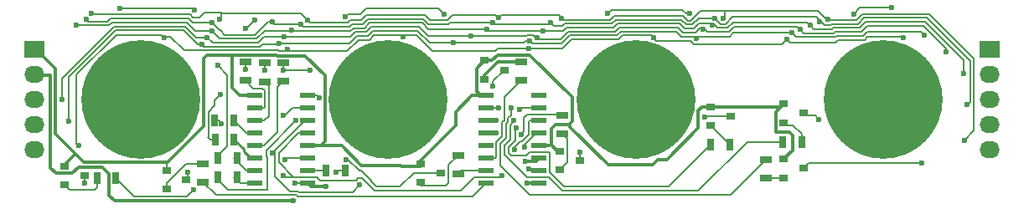
<source format=gbl>
%TF.GenerationSoftware,KiCad,Pcbnew,(5.1.12)-1*%
%TF.CreationDate,2021-11-29T00:24:33+03:00*%
%TF.ProjectId,lepetocontrol,6c657065-746f-4636-9f6e-74726f6c2e6b,rev?*%
%TF.SameCoordinates,Original*%
%TF.FileFunction,Copper,L2,Bot*%
%TF.FilePolarity,Positive*%
%FSLAX46Y46*%
G04 Gerber Fmt 4.6, Leading zero omitted, Abs format (unit mm)*
G04 Created by KiCad (PCBNEW (5.1.12)-1) date 2021-11-29 00:24:33*
%MOMM*%
%LPD*%
G01*
G04 APERTURE LIST*
%TA.AperFunction,ComponentPad*%
%ADD10O,2.032000X1.727200*%
%TD*%
%TA.AperFunction,ComponentPad*%
%ADD11R,2.032000X1.727200*%
%TD*%
%TA.AperFunction,ComponentPad*%
%ADD12C,12.000000*%
%TD*%
%TA.AperFunction,SMDPad,CuDef*%
%ADD13R,0.700000X1.300000*%
%TD*%
%TA.AperFunction,SMDPad,CuDef*%
%ADD14R,1.300000X0.700000*%
%TD*%
%TA.AperFunction,SMDPad,CuDef*%
%ADD15R,1.500000X0.600000*%
%TD*%
%TA.AperFunction,SMDPad,CuDef*%
%ADD16R,0.900000X0.800000*%
%TD*%
%TA.AperFunction,ViaPad*%
%ADD17C,0.600000*%
%TD*%
%TA.AperFunction,Conductor*%
%ADD18C,0.200000*%
%TD*%
%TA.AperFunction,Conductor*%
%ADD19C,0.300000*%
%TD*%
%TA.AperFunction,Conductor*%
%ADD20C,0.250000*%
%TD*%
G04 APERTURE END LIST*
D10*
X176530000Y-36576000D03*
X176530000Y-34036000D03*
X176530000Y-31496000D03*
X176530000Y-28956000D03*
D11*
X176530000Y-26416000D03*
D10*
X273050000Y-36576000D03*
X273050000Y-34036000D03*
X273050000Y-31496000D03*
X273050000Y-28956000D03*
D11*
X273050000Y-26416000D03*
D12*
X187280000Y-31459000D03*
X212280000Y-31459000D03*
X237280000Y-31459000D03*
X262280000Y-31459000D03*
D13*
X184772000Y-39465000D03*
X182872000Y-39465000D03*
D14*
X197858000Y-29559000D03*
X197858000Y-27659000D03*
X199763000Y-29681000D03*
X199763000Y-27781000D03*
D13*
X196649000Y-33623000D03*
X194749000Y-33623000D03*
D14*
X201668000Y-29620000D03*
X201668000Y-27720000D03*
D13*
X196710000Y-35528000D03*
X194810000Y-35528000D03*
X196972000Y-37433000D03*
X195072000Y-37433000D03*
X196972000Y-39338000D03*
X195072000Y-39338000D03*
X205991001Y-38703000D03*
X207891001Y-38703000D03*
D15*
X204147000Y-39973000D03*
X204147000Y-38703000D03*
X204147000Y-37433000D03*
X204147000Y-36163000D03*
X204147000Y-34893000D03*
X204147000Y-33623000D03*
X204147000Y-32353000D03*
X204147000Y-31083000D03*
X198747000Y-31083000D03*
X198747000Y-32353000D03*
X198747000Y-33623000D03*
X198747000Y-34893000D03*
X198747000Y-36163000D03*
X198747000Y-37433000D03*
X198747000Y-38703000D03*
X198747000Y-39973000D03*
X227515000Y-39973000D03*
X227515000Y-38703000D03*
X227515000Y-37433000D03*
X227515000Y-36163000D03*
X227515000Y-34893000D03*
X227515000Y-33623000D03*
X227515000Y-32353000D03*
X227515000Y-31083000D03*
X222115000Y-31083000D03*
X222115000Y-32353000D03*
X222115000Y-33623000D03*
X222115000Y-34893000D03*
X222115000Y-36163000D03*
X222115000Y-37433000D03*
X222115000Y-38703000D03*
X222115000Y-39973000D03*
D14*
X250436000Y-37565001D03*
X250436000Y-39465001D03*
D13*
X252153000Y-35782000D03*
X254053000Y-35782000D03*
X244853001Y-36036000D03*
X246753001Y-36036000D03*
D14*
X229862000Y-33054000D03*
X229862000Y-34954000D03*
X225671000Y-29559001D03*
X225671000Y-27659001D03*
X219321000Y-39018000D03*
X219321000Y-37118000D03*
X193548000Y-39846000D03*
X193548000Y-37946000D03*
D16*
X254230000Y-38449000D03*
X252230000Y-37499000D03*
X252230000Y-39399000D03*
X254230000Y-32861000D03*
X252230000Y-31911000D03*
X252230000Y-33811000D03*
X246848000Y-33176000D03*
X244848000Y-32226000D03*
X244848000Y-34126000D03*
X231608000Y-37626000D03*
X229608000Y-36676000D03*
X229608000Y-38576000D03*
X223988000Y-28477000D03*
X221988000Y-27527000D03*
X221988000Y-29427000D03*
X217543000Y-38896000D03*
X215543000Y-37946000D03*
X215543000Y-39846000D03*
X191881000Y-39592000D03*
X189881000Y-38642000D03*
X189881000Y-40542000D03*
X181570000Y-39150000D03*
X179570000Y-38200000D03*
X179570000Y-40100000D03*
D17*
X181610000Y-39973000D03*
X213733000Y-25114000D03*
X264279000Y-25241000D03*
X252560010Y-25368000D03*
X239052123Y-25205232D03*
X189603000Y-25241000D03*
X207002000Y-38830000D03*
X226433398Y-26308990D03*
X202105962Y-26369989D03*
X180991018Y-36140307D03*
X192024000Y-38830000D03*
X218829673Y-25732327D03*
X253041059Y-24728773D03*
X193421039Y-25867961D03*
X201252010Y-25767951D03*
X243435120Y-25276233D03*
X202896998Y-33623000D03*
X226578994Y-25522339D03*
X266468032Y-24956976D03*
X180000928Y-33634674D03*
X220672674Y-25032326D03*
X253905143Y-24367980D03*
X244065259Y-24384054D03*
X193994040Y-25167960D03*
X201757448Y-25147829D03*
X195064000Y-28035000D03*
X227297880Y-25171310D03*
X268673373Y-26596617D03*
X179296031Y-31459000D03*
X202545959Y-24467959D03*
X254903831Y-23967968D03*
X227873272Y-24522272D03*
X194488255Y-24524663D03*
X245019509Y-23963420D03*
X222218942Y-24340957D03*
X195318000Y-30956000D03*
X180780000Y-23959000D03*
X270399099Y-28873305D03*
X228711316Y-23684228D03*
X194501133Y-23688998D03*
X203420993Y-23810801D03*
X255893152Y-23569681D03*
X245294162Y-23212032D03*
X222818952Y-23706320D03*
X201668000Y-28543000D03*
X200525000Y-23590000D03*
X204335000Y-28543000D03*
X181780000Y-23358990D03*
X270777863Y-31972000D03*
X195220537Y-23339032D03*
X204133512Y-23447021D03*
X229781001Y-23212032D03*
X256659194Y-23339030D03*
X246094175Y-23212032D03*
X223424959Y-23184042D03*
X195398989Y-33884097D03*
X182310444Y-22760118D03*
X270462728Y-35615728D03*
X263136000Y-22193000D03*
X217933062Y-22812021D03*
X234434000Y-22784037D03*
X259300857Y-22812021D03*
X242689000Y-22784031D03*
X207891000Y-23082000D03*
X199763000Y-28543000D03*
X185129656Y-22258946D03*
X192675301Y-22441358D03*
X208056746Y-37552988D03*
X222863032Y-30090344D03*
X231640000Y-36798000D03*
X244228010Y-33242000D03*
X255770000Y-33496000D03*
X266184000Y-37941000D03*
X226500870Y-38452693D03*
X192610341Y-40604968D03*
X222610603Y-36117770D03*
X225683997Y-34989757D03*
X223171670Y-34879649D03*
X225171703Y-34375287D03*
X224979023Y-33598825D03*
X223208372Y-33549276D03*
X224655000Y-32353000D03*
X223385000Y-32353000D03*
X205279981Y-31337000D03*
X226129670Y-37744012D03*
X226306000Y-39973000D03*
X225544000Y-32480000D03*
X201668000Y-33115000D03*
X202811000Y-39973000D03*
X202692000Y-41751000D03*
X205986000Y-40253012D03*
X197858000Y-28416000D03*
X198769355Y-23436222D03*
X197865813Y-24243830D03*
X223766000Y-39211000D03*
X226052000Y-36290000D03*
X201676000Y-39211000D03*
X209410947Y-40133969D03*
X225010648Y-36558761D03*
X200533000Y-36925000D03*
X201803000Y-37560000D03*
D18*
X181610000Y-39190000D02*
X181570000Y-39150000D01*
X181610000Y-39973000D02*
X181610000Y-39190000D01*
X213860004Y-25114000D02*
X213987002Y-24987002D01*
X213733000Y-25114000D02*
X213860004Y-25114000D01*
X189603000Y-25241000D02*
X189603000Y-25114000D01*
X260417303Y-25412077D02*
X257736949Y-25412077D01*
X252860009Y-25667999D02*
X252560010Y-25368000D01*
X257736949Y-25412077D02*
X257481027Y-25667999D01*
X264279000Y-25241000D02*
X264152000Y-25114000D01*
X257481027Y-25667999D02*
X252860009Y-25667999D01*
X264152000Y-25114000D02*
X260715380Y-25114000D01*
X260715380Y-25114000D02*
X260417303Y-25412077D01*
X243147119Y-25876234D02*
X252051776Y-25876234D01*
X252051776Y-25876234D02*
X252560010Y-25368000D01*
X239052123Y-25205232D02*
X239352122Y-25505231D01*
X239352122Y-25505231D02*
X242776116Y-25505231D01*
X242776116Y-25505231D02*
X243147119Y-25876234D01*
X207129000Y-38703000D02*
X207002000Y-38830000D01*
X207891001Y-38703000D02*
X207129000Y-38703000D01*
X239052123Y-25205232D02*
X238833891Y-24987000D01*
X235947533Y-24987000D02*
X235550446Y-25384087D01*
X235550446Y-25384087D02*
X230759750Y-25384087D01*
X229834847Y-26308990D02*
X226433398Y-26308990D01*
X208121542Y-26567962D02*
X209261447Y-25428057D01*
X210404447Y-25428057D02*
X210845502Y-24987002D01*
X210845502Y-24987002D02*
X215132004Y-24987002D01*
X215132004Y-24987002D02*
X216713991Y-26568989D01*
X209261447Y-25428057D02*
X210404447Y-25428057D01*
X216713991Y-26568989D02*
X223072477Y-26568989D01*
X238833891Y-24987000D02*
X235947533Y-24987000D01*
X230759750Y-25384087D02*
X229834847Y-26308990D01*
X223332476Y-26308990D02*
X226433398Y-26308990D01*
X223072477Y-26568989D02*
X223332476Y-26308990D01*
X199957599Y-26441991D02*
X199890602Y-26508988D01*
X199890602Y-26508988D02*
X191653990Y-26508988D01*
X191653990Y-26508988D02*
X190259002Y-25114000D01*
X201126041Y-26441991D02*
X199957599Y-26441991D01*
X190259002Y-25114000D02*
X189603000Y-25114000D01*
X201252012Y-26567962D02*
X201126041Y-26441991D01*
X201907989Y-26567962D02*
X202105962Y-26369989D01*
X201738038Y-26567962D02*
X201907989Y-26567962D01*
X208121542Y-26567962D02*
X201738038Y-26567962D01*
X201738038Y-26567962D02*
X201252012Y-26567962D01*
X184797999Y-24941001D02*
X180791019Y-28947981D01*
X180791019Y-28947981D02*
X180791019Y-35940308D01*
X180791019Y-35940308D02*
X180991018Y-36140307D01*
X189603000Y-25241000D02*
X189303001Y-24941001D01*
X189303001Y-24941001D02*
X184797999Y-24941001D01*
X192024000Y-39449000D02*
X191881000Y-39592000D01*
X192024000Y-38830000D02*
X192024000Y-39449000D01*
X201252010Y-25885078D02*
X201264966Y-25898034D01*
X201252010Y-25767951D02*
X201252010Y-25885078D01*
X230594055Y-24984082D02*
X229755799Y-25822338D01*
X229755799Y-25822338D02*
X226878993Y-25822338D01*
X235384757Y-24984082D02*
X230594055Y-24984082D01*
X235781850Y-24586989D02*
X235384757Y-24984082D01*
X218829673Y-25732327D02*
X225944742Y-25732327D01*
X247162328Y-24728773D02*
X246809048Y-25082053D01*
X226878993Y-25822338D02*
X226578994Y-25522339D01*
X241860553Y-25082053D02*
X241365489Y-24586989D01*
X225944742Y-25732327D02*
X226154730Y-25522339D01*
X226154730Y-25522339D02*
X226578994Y-25522339D01*
X241365489Y-24586989D02*
X235781850Y-24586989D01*
X253041059Y-24728773D02*
X247162328Y-24728773D01*
X209095758Y-25028046D02*
X210238758Y-25028046D01*
X215224701Y-24513999D02*
X216443029Y-25732327D01*
X216443029Y-25732327D02*
X218829673Y-25732327D01*
X210238758Y-25028046D02*
X210752805Y-24513999D01*
X210752805Y-24513999D02*
X215224701Y-24513999D01*
X201264966Y-25898034D02*
X201393016Y-25769984D01*
X201393016Y-25769984D02*
X208353820Y-25769984D01*
X208353820Y-25769984D02*
X209095758Y-25028046D01*
X199538064Y-25898034D02*
X201264966Y-25898034D01*
X199327121Y-26108977D02*
X199538064Y-25898034D01*
X193662055Y-26108977D02*
X199327121Y-26108977D01*
X193421039Y-25867961D02*
X193662055Y-26108977D01*
X257444262Y-25139064D02*
X257571260Y-25012066D01*
X257571260Y-25012066D02*
X260251614Y-25012066D01*
X253041059Y-24728773D02*
X253451350Y-25139064D01*
X253451350Y-25139064D02*
X257444262Y-25139064D01*
X260251614Y-25012066D02*
X260670203Y-24593477D01*
X266104533Y-24593477D02*
X266468032Y-24956976D01*
X260670203Y-24593477D02*
X266104533Y-24593477D01*
X243435120Y-25276233D02*
X243435120Y-25090120D01*
X243435120Y-25090120D02*
X243427053Y-25082053D01*
X243427053Y-25082053D02*
X241860553Y-25082053D01*
X246809048Y-25082053D02*
X243427053Y-25082053D01*
X180000928Y-29172372D02*
X180000928Y-33634674D01*
X184714300Y-24459000D02*
X180000928Y-29172372D01*
X191581599Y-24459000D02*
X184714300Y-24459000D01*
X193421039Y-25867961D02*
X192990560Y-25867961D01*
X192990560Y-25867961D02*
X191581599Y-24459000D01*
X200051999Y-40573001D02*
X196045001Y-40573001D01*
X202896998Y-33623000D02*
X199932998Y-36587000D01*
X199932998Y-36587000D02*
X199932998Y-37213002D01*
X199932998Y-37213002D02*
X200051999Y-37332003D01*
X200051999Y-37332003D02*
X200051999Y-40573001D01*
X196045001Y-40573001D02*
X194810000Y-39338000D01*
X244065259Y-24204259D02*
X244045055Y-24184055D01*
X244065259Y-24384054D02*
X244065259Y-24204259D01*
X253605144Y-24067981D02*
X253905143Y-24367980D01*
X244045055Y-24184055D02*
X244473056Y-24612056D01*
X246713345Y-24612056D02*
X247257420Y-24067981D01*
X247257420Y-24067981D02*
X253605144Y-24067981D01*
X244473056Y-24612056D02*
X246713345Y-24612056D01*
X210587116Y-24113988D02*
X210073069Y-24628035D01*
X208410275Y-25147829D02*
X201757448Y-25147829D01*
X215390390Y-24113988D02*
X210587116Y-24113988D01*
X208930069Y-24628035D02*
X208410275Y-25147829D01*
X216308728Y-25032326D02*
X215390390Y-24113988D01*
X210073069Y-24628035D02*
X208930069Y-24628035D01*
X220672674Y-25032326D02*
X216308728Y-25032326D01*
X229680112Y-25332325D02*
X230428366Y-24584071D01*
X220672674Y-25032326D02*
X226181005Y-25032326D01*
X226181005Y-25032326D02*
X226290993Y-24922338D01*
X226290993Y-24922338D02*
X226866995Y-24922338D01*
X226866995Y-24922338D02*
X227276982Y-25332325D01*
X227276982Y-25332325D02*
X229680112Y-25332325D01*
X230428366Y-24584071D02*
X235219068Y-24584071D01*
X235219068Y-24584071D02*
X235616161Y-24186978D01*
X241531178Y-24186978D02*
X242026242Y-24682042D01*
X242026242Y-24682042D02*
X243351758Y-24682042D01*
X243351758Y-24682042D02*
X243849745Y-24184055D01*
X243849745Y-24184055D02*
X244045055Y-24184055D01*
X235616161Y-24186978D02*
X241531178Y-24186978D01*
X194810000Y-37433000D02*
X195998999Y-36244001D01*
X195998999Y-36244001D02*
X195998999Y-28969999D01*
X195998999Y-28969999D02*
X195064000Y-28035000D01*
X199161432Y-25708966D02*
X194535046Y-25708966D01*
X194535046Y-25708966D02*
X193994040Y-25167960D01*
X199722569Y-25147829D02*
X199161432Y-25708966D01*
X201757448Y-25147829D02*
X199722569Y-25147829D01*
X260085925Y-24612055D02*
X260691982Y-24005998D01*
X253905143Y-24367980D02*
X254276216Y-24739053D01*
X254276216Y-24739053D02*
X257278573Y-24739053D01*
X257278573Y-24739053D02*
X257405571Y-24612055D01*
X266365598Y-24005998D02*
X268673373Y-26313773D01*
X268673373Y-26313773D02*
X268673373Y-26596617D01*
X257405571Y-24612055D02*
X260085925Y-24612055D01*
X260691982Y-24005998D02*
X266365598Y-24005998D01*
X191747288Y-24058989D02*
X184548611Y-24058989D01*
X192856259Y-25167960D02*
X191747288Y-24058989D01*
X193994040Y-25167960D02*
X192856259Y-25167960D01*
X184548611Y-24058989D02*
X179296031Y-29311569D01*
X179296031Y-29311569D02*
X179296031Y-31459000D01*
X235453395Y-23784044D02*
X235053379Y-24184060D01*
X246547656Y-24212045D02*
X245501291Y-24212045D01*
X245073290Y-23784044D02*
X243684056Y-23784044D01*
X242191931Y-24282031D02*
X241693944Y-23784044D01*
X245501291Y-24212045D02*
X245073290Y-23784044D01*
X247091732Y-23667969D02*
X246547656Y-24212045D01*
X243684056Y-23784044D02*
X243186069Y-24282031D01*
X241693944Y-23784044D02*
X235453395Y-23784044D01*
X254603832Y-23667969D02*
X247091732Y-23667969D01*
X243186069Y-24282031D02*
X242191931Y-24282031D01*
X254903831Y-23967968D02*
X254603832Y-23667969D01*
X230262677Y-24184060D02*
X229924465Y-24522272D01*
X235053379Y-24184060D02*
X230262677Y-24184060D01*
X229924465Y-24522272D02*
X227873272Y-24522272D01*
X227873272Y-24522272D02*
X222400257Y-24522272D01*
X222400257Y-24522272D02*
X222218942Y-24340957D01*
X194937000Y-35401000D02*
X194810000Y-35401000D01*
X194260000Y-35528000D02*
X194048000Y-35316000D01*
X194810000Y-35528000D02*
X194260000Y-35528000D01*
X194048000Y-35316000D02*
X194098999Y-35265001D01*
X194098999Y-35265001D02*
X194098999Y-32732999D01*
X194098999Y-32732999D02*
X194732998Y-32099000D01*
X194732998Y-31541002D02*
X195318000Y-30956000D01*
X194732998Y-32099000D02*
X194732998Y-31541002D01*
X180780000Y-23959000D02*
X184082900Y-23959000D01*
X184082900Y-23959000D02*
X184382922Y-23658978D01*
X191912977Y-23658978D02*
X192778662Y-24524663D01*
X184382922Y-23658978D02*
X191912977Y-23658978D01*
X192778662Y-24524663D02*
X194488255Y-24524663D01*
X208764380Y-24228024D02*
X209907380Y-24228024D01*
X194488255Y-24524663D02*
X195272547Y-25308955D01*
X195272547Y-25308955D02*
X198995744Y-25308956D01*
X198995744Y-25308956D02*
X199780037Y-24524663D01*
X209907380Y-24228024D02*
X210421427Y-23713977D01*
X216308057Y-24340957D02*
X222218942Y-24340957D01*
X215681077Y-23713977D02*
X216308057Y-24340957D01*
X210421427Y-23713977D02*
X215681077Y-23713977D01*
X199780037Y-24524663D02*
X208467741Y-24524663D01*
X208467741Y-24524663D02*
X208764380Y-24228024D01*
X260526293Y-23605987D02*
X266531287Y-23605987D01*
X255274905Y-24339042D02*
X257112884Y-24339042D01*
X259920236Y-24212044D02*
X260526293Y-23605987D01*
X266531287Y-23605987D02*
X270399099Y-27473799D01*
X257112884Y-24339042D02*
X257239882Y-24212044D01*
X257239882Y-24212044D02*
X259920236Y-24212044D01*
X270399099Y-27473799D02*
X270399099Y-28873305D01*
X254903831Y-23967968D02*
X255274905Y-24339042D01*
X229896810Y-23984227D02*
X230096988Y-23784049D01*
X228711316Y-23684228D02*
X229011315Y-23984227D01*
X235287705Y-23384033D02*
X241859633Y-23384033D01*
X242357620Y-23882020D02*
X243020380Y-23882020D01*
X234887690Y-23784049D02*
X235287705Y-23384033D01*
X243690368Y-23212032D02*
X245294162Y-23212032D01*
X243020380Y-23882020D02*
X243690368Y-23212032D01*
X241859633Y-23384033D02*
X242357620Y-23882020D01*
X230096988Y-23784049D02*
X234887690Y-23784049D01*
X229011315Y-23984227D02*
X229896810Y-23984227D01*
X222924666Y-23812034D02*
X222818952Y-23706320D01*
X228583510Y-23812034D02*
X222924666Y-23812034D01*
X228711316Y-23684228D02*
X228583510Y-23812034D01*
X209741691Y-23828013D02*
X210255738Y-23313966D01*
X203420993Y-23810801D02*
X203720992Y-24110800D01*
X203720992Y-24110800D02*
X208315904Y-24110800D01*
X215846766Y-23313966D02*
X216344834Y-23812034D01*
X208598691Y-23828013D02*
X209741691Y-23828013D01*
X216344834Y-23812034D02*
X218386753Y-23812034D01*
X208315904Y-24110800D02*
X208598691Y-23828013D01*
X210255738Y-23313966D02*
X215846766Y-23313966D01*
X218492467Y-23706320D02*
X222818952Y-23706320D01*
X218386753Y-23812034D02*
X218492467Y-23706320D01*
X201668000Y-27720000D02*
X201668000Y-28543000D01*
X201668000Y-28543000D02*
X204335000Y-28543000D01*
X181979999Y-23558989D02*
X181780000Y-23358990D01*
X192078666Y-23258967D02*
X184217233Y-23258967D01*
X183917211Y-23558989D02*
X181979999Y-23558989D01*
X184217233Y-23258967D02*
X183917211Y-23558989D01*
X192508697Y-23688998D02*
X192078666Y-23258967D01*
X194501133Y-23688998D02*
X192508697Y-23688998D01*
X200745801Y-23810801D02*
X200525000Y-23590000D01*
X203420993Y-23810801D02*
X200745801Y-23810801D01*
X200149000Y-23590000D02*
X200525000Y-23590000D01*
X198830055Y-24908945D02*
X200149000Y-23590000D01*
X195729945Y-24908945D02*
X198830055Y-24908945D01*
X195280000Y-24459000D02*
X195729945Y-24908945D01*
X195271135Y-24459000D02*
X195280000Y-24459000D01*
X194501133Y-23688998D02*
X195271135Y-24459000D01*
X266696976Y-23205976D02*
X271063979Y-27572979D01*
X257074193Y-23812033D02*
X259754547Y-23812033D01*
X271063979Y-31685884D02*
X270777863Y-31972000D01*
X260360604Y-23205976D02*
X266696976Y-23205976D01*
X259754547Y-23812033D02*
X260360604Y-23205976D01*
X245294162Y-23263379D02*
X245842817Y-23812034D01*
X245842817Y-23812034D02*
X246381967Y-23812034D01*
X256371193Y-23939031D02*
X256947195Y-23939031D01*
X271063979Y-27572979D02*
X271063979Y-31685884D01*
X247077002Y-23116999D02*
X255549161Y-23116999D01*
X245294162Y-23212032D02*
X245294162Y-23263379D01*
X255549161Y-23116999D02*
X256371193Y-23939031D01*
X256947195Y-23939031D02*
X257074193Y-23812033D01*
X246381967Y-23812034D02*
X247077002Y-23116999D01*
X195441980Y-23117589D02*
X195220537Y-23339032D01*
X195441980Y-22697980D02*
X195441980Y-23117589D01*
X246314998Y-22516998D02*
X246314998Y-22991209D01*
X246314998Y-22991209D02*
X246094175Y-23212032D01*
X229781001Y-23212032D02*
X229481002Y-22912033D01*
X223696968Y-22912033D02*
X223424959Y-23184042D01*
X229481002Y-22912033D02*
X223696968Y-22912033D01*
X216012455Y-22913955D02*
X216510523Y-23412023D01*
X204133512Y-23447021D02*
X204368493Y-23682002D01*
X204368493Y-23682002D02*
X208179002Y-23682002D01*
X208179002Y-23682002D02*
X208433002Y-23428002D01*
X208433002Y-23428002D02*
X209576002Y-23428002D01*
X209576002Y-23428002D02*
X210090049Y-22913955D01*
X216510523Y-23412023D02*
X218221064Y-23412023D01*
X218749044Y-22884043D02*
X223124960Y-22884043D01*
X223124960Y-22884043D02*
X223424959Y-23184042D01*
X210090049Y-22913955D02*
X216012455Y-22913955D01*
X218221064Y-23412023D02*
X218749044Y-22884043D01*
X203406502Y-22720011D02*
X204133512Y-23447021D01*
X195441980Y-22697980D02*
X195464011Y-22720011D01*
X195464011Y-22720011D02*
X203406502Y-22720011D01*
X194749000Y-33623000D02*
X195137892Y-33623000D01*
X195137892Y-33623000D02*
X195398989Y-33884097D01*
X193686736Y-22697980D02*
X193225738Y-23158978D01*
X192544377Y-23158978D02*
X192244355Y-22858956D01*
X182409282Y-22858956D02*
X182310444Y-22760118D01*
X192244355Y-22858956D02*
X182409282Y-22858956D01*
X195441980Y-22697980D02*
X193686736Y-22697980D01*
X193225738Y-23158978D02*
X192544377Y-23158978D01*
X229953007Y-23384038D02*
X234722001Y-23384038D01*
X271463990Y-27293920D02*
X271463990Y-34614466D01*
X235122015Y-22984022D02*
X242025322Y-22984022D01*
X266976035Y-22805965D02*
X271463990Y-27293920D01*
X242025322Y-22984022D02*
X242523309Y-23482009D01*
X243819702Y-22516998D02*
X255719140Y-22516998D01*
X242523309Y-23482009D02*
X242854691Y-23482009D01*
X229781001Y-23212032D02*
X229953007Y-23384038D01*
X255719140Y-22516998D02*
X256614164Y-23412022D01*
X259588858Y-23412022D02*
X260194915Y-22805965D01*
X260194915Y-22805965D02*
X266976035Y-22805965D01*
X256614164Y-23412022D02*
X259588858Y-23412022D01*
X271463990Y-34614466D02*
X270462728Y-35615728D01*
X242854691Y-23482009D02*
X243819702Y-22516998D01*
X234722001Y-23384038D02*
X235122015Y-22984022D01*
X234834017Y-22384020D02*
X235133020Y-22384020D01*
X234434000Y-22784037D02*
X234834017Y-22384020D01*
X235133020Y-22384020D02*
X235108854Y-22384020D01*
X263136000Y-22193000D02*
X259919878Y-22193000D01*
X259919878Y-22193000D02*
X259300857Y-22812021D01*
X235133020Y-22384020D02*
X241991020Y-22384020D01*
X242391031Y-22784031D02*
X242689000Y-22784031D01*
X241991020Y-22384020D02*
X242391031Y-22784031D01*
X217933062Y-22812021D02*
X217337771Y-22216730D01*
X217337771Y-22216730D02*
X210564970Y-22216730D01*
X210564970Y-22216730D02*
X210026270Y-22216730D01*
X210026270Y-22216730D02*
X209415000Y-22828000D01*
X209415000Y-22828000D02*
X209288000Y-22828000D01*
X208145000Y-22828000D02*
X207891000Y-23082000D01*
X209288000Y-22828000D02*
X208145000Y-22828000D01*
X199763000Y-27781000D02*
X199763000Y-28543000D01*
X192492889Y-22258946D02*
X192675301Y-22441358D01*
X185129656Y-22258946D02*
X192492889Y-22258946D01*
X213464928Y-40309010D02*
X214877938Y-38896000D01*
X214877938Y-38896000D02*
X217543000Y-38896000D01*
X211095072Y-40309010D02*
X213464928Y-40309010D01*
X210557337Y-39771275D02*
X211095072Y-40309010D01*
X210557337Y-39680279D02*
X210557337Y-39771275D01*
X209561047Y-38683989D02*
X210557337Y-39680279D01*
X209352725Y-38683989D02*
X209561047Y-38683989D01*
X208221724Y-37552988D02*
X209352725Y-38683989D01*
X208056746Y-37552988D02*
X208221724Y-37552988D01*
X222863032Y-29601968D02*
X223988000Y-28477000D01*
X222863032Y-30090344D02*
X222863032Y-29601968D01*
X231608000Y-36830000D02*
X231640000Y-36798000D01*
X231608000Y-37626000D02*
X231608000Y-36830000D01*
X246848000Y-33176000D02*
X244294010Y-33176000D01*
X244294010Y-33176000D02*
X244228010Y-33242000D01*
X255389000Y-33115000D02*
X255770000Y-33496000D01*
X254230000Y-33115000D02*
X255389000Y-33115000D01*
X254738000Y-37941000D02*
X266184000Y-37941000D01*
X254230000Y-38449000D02*
X254738000Y-37941000D01*
X228592000Y-36163000D02*
X227515000Y-36163000D01*
D19*
X251429999Y-32711001D02*
X251429999Y-34743999D01*
X252230000Y-31911000D02*
X251429999Y-32711001D01*
X251429999Y-34743999D02*
X251452000Y-34766000D01*
X252767002Y-34766000D02*
X253103000Y-35101998D01*
X251452000Y-34766000D02*
X252767002Y-34766000D01*
X253103000Y-36626000D02*
X252230000Y-37499000D01*
X253103000Y-35101998D02*
X253103000Y-36626000D01*
X251915000Y-32226000D02*
X252230000Y-31911000D01*
X244848000Y-32226000D02*
X251915000Y-32226000D01*
X222115000Y-31083000D02*
X221607000Y-31083000D01*
X221187999Y-30663999D02*
X221187999Y-28327001D01*
X221607000Y-31083000D02*
X221187999Y-30663999D01*
X221187999Y-28327001D02*
X221988000Y-27527000D01*
X228565000Y-36163000D02*
X227515000Y-36163000D01*
X228719000Y-36009000D02*
X228565000Y-36163000D01*
X229386000Y-36676000D02*
X228719000Y-36009000D01*
X229608000Y-36676000D02*
X229386000Y-36676000D01*
X223318876Y-26959000D02*
X222750876Y-27527000D01*
X230862001Y-31220000D02*
X226601001Y-26959000D01*
X226601001Y-26959000D02*
X223318876Y-26959000D01*
X230862001Y-33684001D02*
X230862001Y-31220000D01*
X222750876Y-27527000D02*
X221988000Y-27527000D01*
X229181998Y-34004000D02*
X230542002Y-34004000D01*
X228719000Y-34466998D02*
X229181998Y-34004000D01*
X228719000Y-36009000D02*
X228719000Y-34466998D01*
X244848000Y-32226000D02*
X243959000Y-32226000D01*
X243959000Y-32226000D02*
X243578000Y-32607000D01*
X243578000Y-32607000D02*
X243578000Y-34385000D01*
X243578000Y-34385000D02*
X240403000Y-37560000D01*
X240403000Y-37560000D02*
X239514000Y-37560000D01*
X239514000Y-37560000D02*
X239006000Y-38068000D01*
X234490998Y-38068000D02*
X230646501Y-34223503D01*
X239006000Y-38068000D02*
X234490998Y-38068000D01*
X230646501Y-34223503D02*
X230646501Y-33899501D01*
X230646501Y-33899501D02*
X230862001Y-33684001D01*
X230542002Y-34004000D02*
X230646501Y-33899501D01*
X215543000Y-38261000D02*
X215543000Y-37655000D01*
X215543000Y-37655000D02*
X219067000Y-34131000D01*
X219067000Y-34131000D02*
X219067000Y-32734000D01*
X220718000Y-31083000D02*
X222115000Y-31083000D01*
X219067000Y-32734000D02*
X220718000Y-31083000D01*
X213485639Y-38158990D02*
X209581988Y-38158990D01*
X209581988Y-38158990D02*
X207585998Y-36163000D01*
X213587649Y-38261000D02*
X213485639Y-38158990D01*
X215543000Y-38261000D02*
X213587649Y-38261000D01*
X205478000Y-36163000D02*
X204147000Y-36163000D01*
X207585998Y-36163000D02*
X205478000Y-36163000D01*
X196461000Y-30321000D02*
X196461000Y-27146000D01*
X196461000Y-27146000D02*
X196648001Y-26958999D01*
X197223000Y-31083000D02*
X196461000Y-30321000D01*
X198747000Y-31083000D02*
X197223000Y-31083000D01*
X205929999Y-35711001D02*
X205478000Y-36163000D01*
X196648001Y-26958999D02*
X201006638Y-26958999D01*
X201006638Y-26958999D02*
X201067638Y-27019999D01*
X201067638Y-27019999D02*
X203901003Y-27019999D01*
X203901003Y-27019999D02*
X205929999Y-29048995D01*
X205929999Y-29048995D02*
X205929999Y-35711001D01*
X179570000Y-38200000D02*
X179570000Y-38076000D01*
X179570000Y-38076000D02*
X180658004Y-36987996D01*
X178646021Y-28325021D02*
X178646021Y-34976013D01*
X176780000Y-26459000D02*
X178646021Y-28325021D01*
X178646021Y-34976013D02*
X180658004Y-36987996D01*
X180658004Y-36987996D02*
X181491997Y-37821989D01*
X181491997Y-37821989D02*
X189982601Y-37821989D01*
X189982601Y-37821989D02*
X193648988Y-34155602D01*
X193648988Y-27291012D02*
X193981001Y-26958999D01*
X193648988Y-34155602D02*
X193648988Y-27291012D01*
X193981001Y-26958999D02*
X196648001Y-26958999D01*
D18*
X189881000Y-37923590D02*
X189982601Y-37821989D01*
X189881000Y-38642000D02*
X189881000Y-37923590D01*
X182872000Y-40315000D02*
X182613999Y-40573001D01*
X180043001Y-40573001D02*
X179570000Y-40100000D01*
X182872000Y-39465000D02*
X182872000Y-40315000D01*
X182613999Y-40573001D02*
X180043001Y-40573001D01*
X189881000Y-40542000D02*
X189881000Y-39942000D01*
X191877000Y-37946000D02*
X192156000Y-37946000D01*
X189881000Y-39942000D02*
X191877000Y-37946000D01*
X192156000Y-37946000D02*
X191902000Y-37946000D01*
X193548000Y-37946000D02*
X192156000Y-37946000D01*
X218370999Y-38068001D02*
X218370999Y-39907001D01*
X219321000Y-37118000D02*
X218370999Y-38068001D01*
X218117000Y-40161000D02*
X215543000Y-40161000D01*
X218370999Y-39907001D02*
X218117000Y-40161000D01*
D19*
X223325997Y-27659001D02*
X225671000Y-27659001D01*
X221988000Y-28996998D02*
X223325997Y-27659001D01*
X221988000Y-29427000D02*
X221988000Y-28996998D01*
D18*
X230358001Y-37825999D02*
X229608000Y-38576000D01*
X230358001Y-35450001D02*
X230358001Y-37825999D01*
X229862000Y-34954000D02*
X230358001Y-35450001D01*
X244848000Y-34130999D02*
X246753001Y-36036000D01*
X244848000Y-34126000D02*
X244848000Y-34130999D01*
X252230000Y-34065000D02*
X253186000Y-34065000D01*
X253186000Y-34065000D02*
X254053000Y-34932000D01*
X254053000Y-34932000D02*
X254053000Y-35782000D01*
X250502001Y-39399000D02*
X250436000Y-39465001D01*
X252230000Y-39399000D02*
X250502001Y-39399000D01*
X226751177Y-38703000D02*
X226500870Y-38452693D01*
X227515000Y-38703000D02*
X226751177Y-38703000D01*
X191914319Y-41300990D02*
X192610341Y-40604968D01*
X184772000Y-39465000D02*
X186607990Y-41300990D01*
X186607990Y-41300990D02*
X191914319Y-41300990D01*
X202980002Y-41150998D02*
X203082037Y-41253033D01*
X194852998Y-41150998D02*
X202980002Y-41150998D01*
X220834967Y-41253033D02*
X222115000Y-39973000D01*
X203082037Y-41253033D02*
X220834967Y-41253033D01*
X193548000Y-39846000D02*
X194852998Y-41150998D01*
X219636000Y-38703000D02*
X219321000Y-39018000D01*
X222115000Y-38703000D02*
X219636000Y-38703000D01*
X223985001Y-31245000D02*
X223985001Y-33139143D01*
X223210613Y-37287387D02*
X223065000Y-37433000D01*
X223771680Y-33755908D02*
X223771680Y-35212625D01*
X223985001Y-33139143D02*
X223979010Y-33145134D01*
X225671000Y-29559001D02*
X223985001Y-31245000D01*
X223979010Y-33548578D02*
X223771680Y-33755908D01*
X223771680Y-35212625D02*
X223210613Y-35773692D01*
X223979010Y-33145134D02*
X223979010Y-33548578D01*
X223210613Y-35773692D02*
X223210613Y-37287387D01*
X223065000Y-37433000D02*
X222115000Y-37433000D01*
X222115000Y-36163000D02*
X222565373Y-36163000D01*
X222565373Y-36163000D02*
X222610603Y-36117770D01*
X226340999Y-32953001D02*
X225983996Y-33310004D01*
X225983996Y-33310004D02*
X225983996Y-34689758D01*
X229761001Y-32953001D02*
X226340999Y-32953001D01*
X225983996Y-34689758D02*
X225683997Y-34989757D01*
X229862000Y-33054000D02*
X229761001Y-32953001D01*
X224722646Y-37158763D02*
X224410646Y-36846763D01*
X222115000Y-34893000D02*
X223158319Y-34893000D01*
X225083996Y-35597409D02*
X225083996Y-34462994D01*
X228505001Y-36832999D02*
X226524005Y-36832999D01*
X228565001Y-38867299D02*
X228565001Y-36892999D01*
X225298650Y-37158763D02*
X224722646Y-37158763D01*
X225320854Y-37136559D02*
X225298650Y-37158763D01*
X240579991Y-40309010D02*
X230006712Y-40309010D01*
X223158319Y-34893000D02*
X223171670Y-34879649D01*
X225083996Y-34462994D02*
X225171703Y-34375287D01*
X224410646Y-36846763D02*
X224410646Y-36270759D01*
X226220445Y-37136559D02*
X225320854Y-37136559D01*
X226524005Y-36832999D02*
X226220445Y-37136559D01*
X230006712Y-40309010D02*
X228565001Y-38867299D01*
X244853001Y-36036000D02*
X240579991Y-40309010D01*
X224410646Y-36270759D02*
X225083996Y-35597409D01*
X228565001Y-36892999D02*
X228505001Y-36832999D01*
X226336183Y-39338000D02*
X224010635Y-37012452D01*
X224571702Y-35544003D02*
X224571702Y-34087286D01*
X224571702Y-34087286D02*
X224979023Y-33679965D01*
X222115000Y-33623000D02*
X223134648Y-33623000D01*
X223134648Y-33623000D02*
X223208372Y-33549276D01*
X248531000Y-35782000D02*
X243603979Y-40709021D01*
X228470002Y-39338000D02*
X226336183Y-39338000D01*
X224979023Y-33679965D02*
X224979023Y-33598825D01*
X229841023Y-40709021D02*
X228470002Y-39338000D01*
X243603979Y-40709021D02*
X229841023Y-40709021D01*
X252153000Y-35782000D02*
X248531000Y-35782000D01*
X224010635Y-37012452D02*
X224010635Y-36105070D01*
X224010635Y-36105070D02*
X224571702Y-35544003D01*
X223385000Y-32353000D02*
X222115000Y-32353000D01*
X226554030Y-41109032D02*
X223610624Y-38165626D01*
X246891969Y-41109032D02*
X226554030Y-41109032D01*
X223610624Y-38165626D02*
X223610624Y-35939381D01*
X223610624Y-35939381D02*
X224171691Y-35378314D01*
X224171691Y-35378314D02*
X224171691Y-33921597D01*
X224171691Y-33921597D02*
X224379021Y-33714267D01*
X250436000Y-37565001D02*
X246891969Y-41109032D01*
X224379021Y-33714267D02*
X224379021Y-33310823D01*
X224379021Y-33310823D02*
X224655000Y-33034844D01*
X224655000Y-33034844D02*
X224655000Y-32353000D01*
X205025981Y-31083000D02*
X205279981Y-31337000D01*
X204147000Y-31083000D02*
X205025981Y-31083000D01*
D19*
X227203988Y-37744012D02*
X226129670Y-37744012D01*
X227515000Y-37433000D02*
X227203988Y-37744012D01*
X226306000Y-39973000D02*
X227515000Y-39973000D01*
D18*
X225671000Y-32353000D02*
X225544000Y-32480000D01*
X227515000Y-32353000D02*
X225671000Y-32353000D01*
X204147000Y-32353000D02*
X202557000Y-32353000D01*
X202557000Y-32353000D02*
X201795000Y-33115000D01*
X201795000Y-33115000D02*
X201668000Y-33115000D01*
X202811000Y-39973000D02*
X204147000Y-39973000D01*
D19*
X178146010Y-29049010D02*
X178146010Y-38414010D01*
X178096000Y-28999000D02*
X178146010Y-29049010D01*
X176780000Y-28999000D02*
X178096000Y-28999000D01*
X178682001Y-38950001D02*
X180346999Y-38950001D01*
X178146010Y-38414010D02*
X178682001Y-38950001D01*
X180346999Y-38950001D02*
X180975000Y-38322000D01*
X184071999Y-39034997D02*
X184071999Y-41164999D01*
X183359002Y-38322000D02*
X184071999Y-39034997D01*
X180975000Y-38322000D02*
X183359002Y-38322000D01*
X184658000Y-41751000D02*
X202692000Y-41751000D01*
X204427012Y-40253012D02*
X205986000Y-40253012D01*
X204147000Y-39973000D02*
X204427012Y-40253012D01*
X184071999Y-41164999D02*
X184658000Y-41751000D01*
D18*
X204147000Y-38703000D02*
X205991001Y-38703000D01*
X197345000Y-39973000D02*
X196710000Y-39338000D01*
X198747000Y-39973000D02*
X197345000Y-39973000D01*
X197980000Y-38703000D02*
X196710000Y-37433000D01*
X198747000Y-38703000D02*
X197980000Y-38703000D01*
X196710000Y-35846000D02*
X196710000Y-35528000D01*
X198747000Y-37433000D02*
X198297000Y-37433000D01*
D20*
X198381998Y-37433000D02*
X198747000Y-37433000D01*
X197647001Y-36698003D02*
X198381998Y-37433000D01*
X197647001Y-36465001D02*
X197647001Y-36698003D01*
X196710000Y-35528000D02*
X197647001Y-36465001D01*
D18*
X201067998Y-34792002D02*
X201067998Y-30220002D01*
X198747000Y-36163000D02*
X199697000Y-36163000D01*
X199697000Y-36163000D02*
X201067998Y-34792002D01*
X201067998Y-30220002D02*
X201668000Y-29620000D01*
X197919000Y-34893000D02*
X196649000Y-33623000D01*
X198747000Y-34893000D02*
X197919000Y-34893000D01*
X199797001Y-29842001D02*
X199636000Y-29681000D01*
X198747000Y-33623000D02*
X199697000Y-33623000D01*
X199697000Y-33623000D02*
X200197012Y-33122988D01*
X200197012Y-33122988D02*
X200197012Y-30115012D01*
X200197012Y-30115012D02*
X199763000Y-29681000D01*
X198630001Y-30331001D02*
X197858000Y-29559000D01*
X199585003Y-30331001D02*
X198630001Y-30331001D01*
X199797001Y-30542999D02*
X199585003Y-30331001D01*
X199697000Y-32353000D02*
X199797001Y-32252999D01*
X199797001Y-32252999D02*
X199797001Y-30542999D01*
X198747000Y-32353000D02*
X199697000Y-32353000D01*
X197858000Y-27659000D02*
X197858000Y-28416000D01*
X198769355Y-23436222D02*
X197961747Y-24243830D01*
X197961747Y-24243830D02*
X197865813Y-24243830D01*
X226052000Y-36290000D02*
X226052000Y-36035998D01*
X226052000Y-36035998D02*
X227194998Y-34893000D01*
X227194998Y-34893000D02*
X227515000Y-34893000D01*
X210874001Y-40709021D02*
X219600979Y-40709021D01*
X205401000Y-39653001D02*
X209003913Y-39653001D01*
X219600979Y-40709021D02*
X221006999Y-39303001D01*
X203156999Y-39303001D02*
X205051000Y-39303001D01*
X223673999Y-39303001D02*
X223766000Y-39211000D01*
X205051000Y-39303001D02*
X205401000Y-39653001D01*
X209629980Y-39465000D02*
X210874001Y-40709021D01*
X209191914Y-39465000D02*
X209629980Y-39465000D01*
X221006999Y-39303001D02*
X223673999Y-39303001D01*
X209003913Y-39653001D02*
X209191914Y-39465000D01*
X201768001Y-39303001D02*
X201676000Y-39211000D01*
X203156999Y-39303001D02*
X201768001Y-39303001D01*
X201202998Y-37848002D02*
X202657997Y-39303001D01*
X201202998Y-36887002D02*
X201202998Y-37848002D01*
X203197000Y-34893000D02*
X201202998Y-36887002D01*
X204147000Y-34893000D02*
X203197000Y-34893000D01*
X202657997Y-39303001D02*
X203156999Y-39303001D01*
X225636999Y-35689999D02*
X225010648Y-36316350D01*
X226464999Y-35057299D02*
X225832299Y-35689999D01*
X227515000Y-33623000D02*
X226565000Y-33623000D01*
X225832299Y-35689999D02*
X225636999Y-35689999D01*
X226464999Y-33723001D02*
X226464999Y-35057299D01*
X226565000Y-33623000D02*
X226464999Y-33723001D01*
X225010648Y-36316350D02*
X225010648Y-36558761D01*
X203826998Y-33623000D02*
X202210999Y-35238999D01*
X204147000Y-33623000D02*
X203826998Y-33623000D01*
X202210999Y-35247001D02*
X200533000Y-36925000D01*
X202210999Y-35238999D02*
X202210999Y-35247001D01*
X208691894Y-40853022D02*
X209410947Y-40133969D01*
X202327983Y-40750987D02*
X203145691Y-40750987D01*
X202210999Y-35238999D02*
X200802987Y-36647011D01*
X203247726Y-40853022D02*
X208691894Y-40853022D01*
X200802987Y-39225991D02*
X202327983Y-40750987D01*
X200802987Y-36647011D02*
X200802987Y-39225991D01*
X203145691Y-40750987D02*
X203247726Y-40853022D01*
X201930000Y-37433000D02*
X201803000Y-37560000D01*
X204147000Y-37433000D02*
X201930000Y-37433000D01*
M02*

</source>
